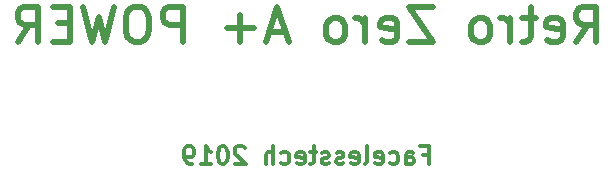
<source format=gbr>
G04 #@! TF.GenerationSoftware,KiCad,Pcbnew,5.0.2+dfsg1-1~bpo9+1*
G04 #@! TF.CreationDate,2019-09-03T10:55:47+01:00*
G04 #@! TF.ProjectId,retro_zero+a_power_board,72657472-6f5f-47a6-9572-6f2b615f706f,rev?*
G04 #@! TF.SameCoordinates,Original*
G04 #@! TF.FileFunction,Legend,Bot*
G04 #@! TF.FilePolarity,Positive*
%FSLAX46Y46*%
G04 Gerber Fmt 4.6, Leading zero omitted, Abs format (unit mm)*
G04 Created by KiCad (PCBNEW 5.0.2+dfsg1-1~bpo9+1) date Tue 03 Sep 2019 10:55:47 BST*
%MOMM*%
%LPD*%
G01*
G04 APERTURE LIST*
%ADD10C,0.500000*%
%ADD11C,0.300000*%
G04 APERTURE END LIST*
D10*
X170021585Y-108456242D02*
X171021585Y-107027671D01*
X171735871Y-108456242D02*
X171735871Y-105456242D01*
X170593014Y-105456242D01*
X170307300Y-105599100D01*
X170164442Y-105741957D01*
X170021585Y-106027671D01*
X170021585Y-106456242D01*
X170164442Y-106741957D01*
X170307300Y-106884814D01*
X170593014Y-107027671D01*
X171735871Y-107027671D01*
X167593014Y-108313385D02*
X167878728Y-108456242D01*
X168450157Y-108456242D01*
X168735871Y-108313385D01*
X168878728Y-108027671D01*
X168878728Y-106884814D01*
X168735871Y-106599100D01*
X168450157Y-106456242D01*
X167878728Y-106456242D01*
X167593014Y-106599100D01*
X167450157Y-106884814D01*
X167450157Y-107170528D01*
X168878728Y-107456242D01*
X166593014Y-106456242D02*
X165450157Y-106456242D01*
X166164442Y-105456242D02*
X166164442Y-108027671D01*
X166021585Y-108313385D01*
X165735871Y-108456242D01*
X165450157Y-108456242D01*
X164450157Y-108456242D02*
X164450157Y-106456242D01*
X164450157Y-107027671D02*
X164307300Y-106741957D01*
X164164442Y-106599100D01*
X163878728Y-106456242D01*
X163593014Y-106456242D01*
X162164442Y-108456242D02*
X162450157Y-108313385D01*
X162593014Y-108170528D01*
X162735871Y-107884814D01*
X162735871Y-107027671D01*
X162593014Y-106741957D01*
X162450157Y-106599100D01*
X162164442Y-106456242D01*
X161735871Y-106456242D01*
X161450157Y-106599100D01*
X161307300Y-106741957D01*
X161164442Y-107027671D01*
X161164442Y-107884814D01*
X161307300Y-108170528D01*
X161450157Y-108313385D01*
X161735871Y-108456242D01*
X162164442Y-108456242D01*
X157878728Y-105456242D02*
X155878728Y-105456242D01*
X157878728Y-108456242D01*
X155878728Y-108456242D01*
X153593014Y-108313385D02*
X153878728Y-108456242D01*
X154450157Y-108456242D01*
X154735871Y-108313385D01*
X154878728Y-108027671D01*
X154878728Y-106884814D01*
X154735871Y-106599100D01*
X154450157Y-106456242D01*
X153878728Y-106456242D01*
X153593014Y-106599100D01*
X153450157Y-106884814D01*
X153450157Y-107170528D01*
X154878728Y-107456242D01*
X152164442Y-108456242D02*
X152164442Y-106456242D01*
X152164442Y-107027671D02*
X152021585Y-106741957D01*
X151878728Y-106599100D01*
X151593014Y-106456242D01*
X151307300Y-106456242D01*
X149878728Y-108456242D02*
X150164442Y-108313385D01*
X150307300Y-108170528D01*
X150450157Y-107884814D01*
X150450157Y-107027671D01*
X150307300Y-106741957D01*
X150164442Y-106599100D01*
X149878728Y-106456242D01*
X149450157Y-106456242D01*
X149164442Y-106599100D01*
X149021585Y-106741957D01*
X148878728Y-107027671D01*
X148878728Y-107884814D01*
X149021585Y-108170528D01*
X149164442Y-108313385D01*
X149450157Y-108456242D01*
X149878728Y-108456242D01*
X145450157Y-107599100D02*
X144021585Y-107599100D01*
X145735871Y-108456242D02*
X144735871Y-105456242D01*
X143735871Y-108456242D01*
X142735871Y-107313385D02*
X140450157Y-107313385D01*
X141593014Y-108456242D02*
X141593014Y-106170528D01*
X136735871Y-108456242D02*
X136735871Y-105456242D01*
X135593014Y-105456242D01*
X135307300Y-105599100D01*
X135164442Y-105741957D01*
X135021585Y-106027671D01*
X135021585Y-106456242D01*
X135164442Y-106741957D01*
X135307300Y-106884814D01*
X135593014Y-107027671D01*
X136735871Y-107027671D01*
X133164442Y-105456242D02*
X132593014Y-105456242D01*
X132307300Y-105599100D01*
X132021585Y-105884814D01*
X131878728Y-106456242D01*
X131878728Y-107456242D01*
X132021585Y-108027671D01*
X132307300Y-108313385D01*
X132593014Y-108456242D01*
X133164442Y-108456242D01*
X133450157Y-108313385D01*
X133735871Y-108027671D01*
X133878728Y-107456242D01*
X133878728Y-106456242D01*
X133735871Y-105884814D01*
X133450157Y-105599100D01*
X133164442Y-105456242D01*
X130878728Y-105456242D02*
X130164442Y-108456242D01*
X129593014Y-106313385D01*
X129021585Y-108456242D01*
X128307300Y-105456242D01*
X127164442Y-106884814D02*
X126164442Y-106884814D01*
X125735871Y-108456242D02*
X127164442Y-108456242D01*
X127164442Y-105456242D01*
X125735871Y-105456242D01*
X122735871Y-108456242D02*
X123735871Y-107027671D01*
X124450157Y-108456242D02*
X124450157Y-105456242D01*
X123307300Y-105456242D01*
X123021585Y-105599100D01*
X122878728Y-105741957D01*
X122735871Y-106027671D01*
X122735871Y-106456242D01*
X122878728Y-106741957D01*
X123021585Y-106884814D01*
X123307300Y-107027671D01*
X124450157Y-107027671D01*
D11*
X157039828Y-118015557D02*
X157539828Y-118015557D01*
X157539828Y-118801271D02*
X157539828Y-117301271D01*
X156825542Y-117301271D01*
X155611257Y-118801271D02*
X155611257Y-118015557D01*
X155682685Y-117872700D01*
X155825542Y-117801271D01*
X156111257Y-117801271D01*
X156254114Y-117872700D01*
X155611257Y-118729842D02*
X155754114Y-118801271D01*
X156111257Y-118801271D01*
X156254114Y-118729842D01*
X156325542Y-118586985D01*
X156325542Y-118444128D01*
X156254114Y-118301271D01*
X156111257Y-118229842D01*
X155754114Y-118229842D01*
X155611257Y-118158414D01*
X154254114Y-118729842D02*
X154396971Y-118801271D01*
X154682685Y-118801271D01*
X154825542Y-118729842D01*
X154896971Y-118658414D01*
X154968400Y-118515557D01*
X154968400Y-118086985D01*
X154896971Y-117944128D01*
X154825542Y-117872700D01*
X154682685Y-117801271D01*
X154396971Y-117801271D01*
X154254114Y-117872700D01*
X153039828Y-118729842D02*
X153182685Y-118801271D01*
X153468400Y-118801271D01*
X153611257Y-118729842D01*
X153682685Y-118586985D01*
X153682685Y-118015557D01*
X153611257Y-117872700D01*
X153468400Y-117801271D01*
X153182685Y-117801271D01*
X153039828Y-117872700D01*
X152968400Y-118015557D01*
X152968400Y-118158414D01*
X153682685Y-118301271D01*
X152111257Y-118801271D02*
X152254114Y-118729842D01*
X152325542Y-118586985D01*
X152325542Y-117301271D01*
X150968400Y-118729842D02*
X151111257Y-118801271D01*
X151396971Y-118801271D01*
X151539828Y-118729842D01*
X151611257Y-118586985D01*
X151611257Y-118015557D01*
X151539828Y-117872700D01*
X151396971Y-117801271D01*
X151111257Y-117801271D01*
X150968400Y-117872700D01*
X150896971Y-118015557D01*
X150896971Y-118158414D01*
X151611257Y-118301271D01*
X150325542Y-118729842D02*
X150182685Y-118801271D01*
X149896971Y-118801271D01*
X149754114Y-118729842D01*
X149682685Y-118586985D01*
X149682685Y-118515557D01*
X149754114Y-118372700D01*
X149896971Y-118301271D01*
X150111257Y-118301271D01*
X150254114Y-118229842D01*
X150325542Y-118086985D01*
X150325542Y-118015557D01*
X150254114Y-117872700D01*
X150111257Y-117801271D01*
X149896971Y-117801271D01*
X149754114Y-117872700D01*
X149111257Y-118729842D02*
X148968400Y-118801271D01*
X148682685Y-118801271D01*
X148539828Y-118729842D01*
X148468400Y-118586985D01*
X148468400Y-118515557D01*
X148539828Y-118372700D01*
X148682685Y-118301271D01*
X148896971Y-118301271D01*
X149039828Y-118229842D01*
X149111257Y-118086985D01*
X149111257Y-118015557D01*
X149039828Y-117872700D01*
X148896971Y-117801271D01*
X148682685Y-117801271D01*
X148539828Y-117872700D01*
X148039828Y-117801271D02*
X147468400Y-117801271D01*
X147825542Y-117301271D02*
X147825542Y-118586985D01*
X147754114Y-118729842D01*
X147611257Y-118801271D01*
X147468400Y-118801271D01*
X146396971Y-118729842D02*
X146539828Y-118801271D01*
X146825542Y-118801271D01*
X146968400Y-118729842D01*
X147039828Y-118586985D01*
X147039828Y-118015557D01*
X146968400Y-117872700D01*
X146825542Y-117801271D01*
X146539828Y-117801271D01*
X146396971Y-117872700D01*
X146325542Y-118015557D01*
X146325542Y-118158414D01*
X147039828Y-118301271D01*
X145039828Y-118729842D02*
X145182685Y-118801271D01*
X145468400Y-118801271D01*
X145611257Y-118729842D01*
X145682685Y-118658414D01*
X145754114Y-118515557D01*
X145754114Y-118086985D01*
X145682685Y-117944128D01*
X145611257Y-117872700D01*
X145468400Y-117801271D01*
X145182685Y-117801271D01*
X145039828Y-117872700D01*
X144396971Y-118801271D02*
X144396971Y-117301271D01*
X143754114Y-118801271D02*
X143754114Y-118015557D01*
X143825542Y-117872700D01*
X143968400Y-117801271D01*
X144182685Y-117801271D01*
X144325542Y-117872700D01*
X144396971Y-117944128D01*
X141968400Y-117444128D02*
X141896971Y-117372700D01*
X141754114Y-117301271D01*
X141396971Y-117301271D01*
X141254114Y-117372700D01*
X141182685Y-117444128D01*
X141111257Y-117586985D01*
X141111257Y-117729842D01*
X141182685Y-117944128D01*
X142039828Y-118801271D01*
X141111257Y-118801271D01*
X140182685Y-117301271D02*
X140039828Y-117301271D01*
X139896971Y-117372700D01*
X139825542Y-117444128D01*
X139754114Y-117586985D01*
X139682685Y-117872700D01*
X139682685Y-118229842D01*
X139754114Y-118515557D01*
X139825542Y-118658414D01*
X139896971Y-118729842D01*
X140039828Y-118801271D01*
X140182685Y-118801271D01*
X140325542Y-118729842D01*
X140396971Y-118658414D01*
X140468400Y-118515557D01*
X140539828Y-118229842D01*
X140539828Y-117872700D01*
X140468400Y-117586985D01*
X140396971Y-117444128D01*
X140325542Y-117372700D01*
X140182685Y-117301271D01*
X138254114Y-118801271D02*
X139111257Y-118801271D01*
X138682685Y-118801271D02*
X138682685Y-117301271D01*
X138825542Y-117515557D01*
X138968400Y-117658414D01*
X139111257Y-117729842D01*
X137539828Y-118801271D02*
X137254114Y-118801271D01*
X137111257Y-118729842D01*
X137039828Y-118658414D01*
X136896971Y-118444128D01*
X136825542Y-118158414D01*
X136825542Y-117586985D01*
X136896971Y-117444128D01*
X136968400Y-117372700D01*
X137111257Y-117301271D01*
X137396971Y-117301271D01*
X137539828Y-117372700D01*
X137611257Y-117444128D01*
X137682685Y-117586985D01*
X137682685Y-117944128D01*
X137611257Y-118086985D01*
X137539828Y-118158414D01*
X137396971Y-118229842D01*
X137111257Y-118229842D01*
X136968400Y-118158414D01*
X136896971Y-118086985D01*
X136825542Y-117944128D01*
M02*

</source>
